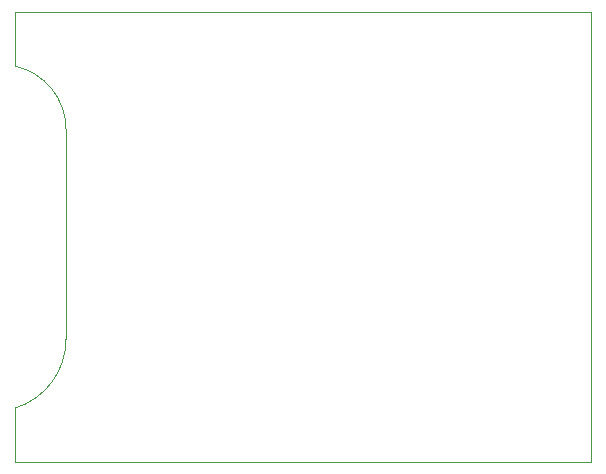
<source format=gm1>
%TF.GenerationSoftware,KiCad,Pcbnew,(6.0.1)*%
%TF.CreationDate,2023-02-26T19:23:05-08:00*%
%TF.ProjectId,CAN-Digital-Output-12V,43414e2d-4469-4676-9974-616c2d4f7574,rev?*%
%TF.SameCoordinates,Original*%
%TF.FileFunction,Profile,NP*%
%FSLAX46Y46*%
G04 Gerber Fmt 4.6, Leading zero omitted, Abs format (unit mm)*
G04 Created by KiCad (PCBNEW (6.0.1)) date 2023-02-26 19:23:05*
%MOMM*%
%LPD*%
G01*
G04 APERTURE LIST*
%TA.AperFunction,Profile*%
%ADD10C,0.100000*%
%TD*%
G04 APERTURE END LIST*
D10*
X142748000Y-92710000D02*
G75*
G03*
X138430000Y-87376000I-5477193J-19157D01*
G01*
X187198000Y-82804000D02*
X187198000Y-120904000D01*
X138430000Y-120904000D02*
X138430000Y-116332000D01*
X138430000Y-82804000D02*
X187198000Y-82804000D01*
X138430000Y-116332000D02*
G75*
G03*
X142748000Y-110490000I-1775800J5829330D01*
G01*
X142748000Y-110490000D02*
X142748000Y-92710000D01*
X187198000Y-120904000D02*
X138430000Y-120904000D01*
X138430000Y-82804000D02*
X138430000Y-87376000D01*
M02*

</source>
